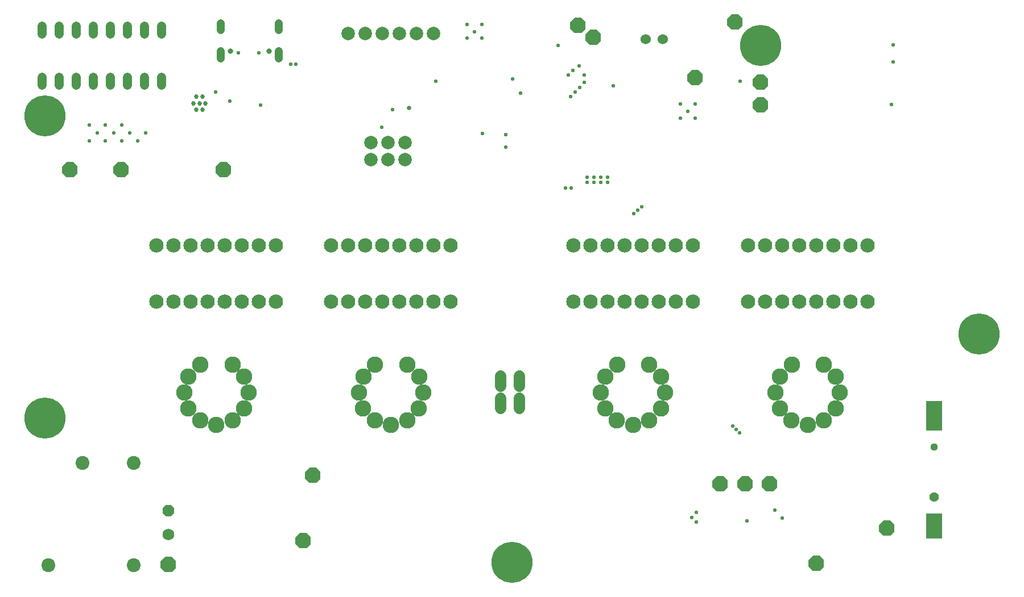
<source format=gbs>
G04 EAGLE Gerber RS-274X export*
G75*
%MOMM*%
%FSLAX34Y34*%
%LPD*%
%INSoldermask Bottom*%
%IPPOS*%
%AMOC8*
5,1,8,0,0,1.08239X$1,22.5*%
G01*
%ADD10P,1.869504X8X112.500000*%
%ADD11C,1.727200*%
%ADD12R,2.427000X4.427000*%
%ADD13R,2.427000X3.787000*%
%ADD14C,1.427000*%
%ADD15C,1.127000*%
%ADD16C,2.006600*%
%ADD17C,2.057400*%
%ADD18C,1.346200*%
%ADD19C,1.527000*%
%ADD20C,0.685800*%
%ADD21C,2.452000*%
%ADD22C,2.133600*%
%ADD23C,1.651000*%
%ADD24C,1.177000*%
%ADD25C,0.827000*%
%ADD26P,2.474344X8X22.500000*%
%ADD27C,0.584200*%
%ADD28C,6.127000*%
%ADD29C,0.652000*%


D10*
X239000Y131780D03*
D11*
X239000Y96220D03*
D12*
X1378000Y273458D03*
D13*
X1378000Y109045D03*
D14*
X1378000Y152000D03*
D15*
X1378000Y227000D03*
D16*
X633500Y843000D03*
X608100Y843000D03*
X582700Y843000D03*
X557300Y843000D03*
X531900Y843000D03*
X506500Y843000D03*
X540000Y655000D03*
X540000Y680400D03*
X565400Y655000D03*
X565400Y680400D03*
X590800Y655000D03*
X590800Y680400D03*
D17*
X187200Y203200D03*
X187200Y50800D03*
X111000Y203200D03*
X60200Y50800D03*
D18*
X228900Y842004D02*
X228900Y854196D01*
X203500Y854196D02*
X203500Y842004D01*
X76500Y842004D02*
X76500Y854196D01*
X51100Y854196D02*
X51100Y842004D01*
X178100Y842004D02*
X178100Y854196D01*
X152700Y854196D02*
X152700Y842004D01*
X101900Y842004D02*
X101900Y854196D01*
X127300Y854196D02*
X127300Y842004D01*
X51100Y777996D02*
X51100Y765804D01*
X76500Y765804D02*
X76500Y777996D01*
X101900Y777996D02*
X101900Y765804D01*
X127300Y765804D02*
X127300Y777996D01*
X152700Y777996D02*
X152700Y765804D01*
X178100Y765804D02*
X178100Y777996D01*
X203500Y777996D02*
X203500Y765804D01*
X228900Y765804D02*
X228900Y777996D01*
D19*
X974700Y835000D03*
X949300Y835000D03*
D20*
X289550Y729250D03*
X280500Y729250D03*
X294070Y739000D03*
X285020Y739000D03*
X275970Y739000D03*
X289550Y748750D03*
X280500Y748750D03*
D21*
X310000Y260000D03*
X286069Y266481D03*
X268584Y284059D03*
X262231Y308025D03*
X268712Y331956D03*
X286290Y349441D03*
X334187Y349313D03*
X351672Y331735D03*
X358025Y307769D03*
X351544Y283838D03*
X333966Y266353D03*
D22*
X348100Y443090D03*
X322700Y443090D03*
X297300Y443090D03*
X271900Y443090D03*
X246500Y443090D03*
X221100Y443090D03*
X221100Y526910D03*
X271900Y526910D03*
X246500Y526910D03*
X297300Y526910D03*
X322700Y526910D03*
X348100Y526910D03*
X373500Y526910D03*
X398900Y526910D03*
X373500Y443090D03*
X398900Y443090D03*
D21*
X570000Y260000D03*
X546069Y266481D03*
X528584Y284059D03*
X522231Y308025D03*
X528712Y331956D03*
X546290Y349441D03*
X594187Y349313D03*
X611672Y331735D03*
X618025Y307769D03*
X611544Y283838D03*
X593966Y266353D03*
D22*
X608100Y443090D03*
X582700Y443090D03*
X557300Y443090D03*
X531900Y443090D03*
X506500Y443090D03*
X481100Y443090D03*
X481100Y526910D03*
X531900Y526910D03*
X506500Y526910D03*
X557300Y526910D03*
X582700Y526910D03*
X608100Y526910D03*
X633500Y526910D03*
X658900Y526910D03*
X633500Y443090D03*
X658900Y443090D03*
D21*
X930000Y260000D03*
X906069Y266481D03*
X888584Y284059D03*
X882231Y308025D03*
X888712Y331956D03*
X906290Y349441D03*
X954187Y349313D03*
X971672Y331735D03*
X978025Y307769D03*
X971544Y283838D03*
X953966Y266353D03*
D22*
X968100Y443090D03*
X942700Y443090D03*
X917300Y443090D03*
X891900Y443090D03*
X866500Y443090D03*
X841100Y443090D03*
X841100Y526910D03*
X891900Y526910D03*
X866500Y526910D03*
X917300Y526910D03*
X942700Y526910D03*
X968100Y526910D03*
X993500Y526910D03*
X1018900Y526910D03*
X993500Y443090D03*
X1018900Y443090D03*
D21*
X1190000Y260000D03*
X1166069Y266481D03*
X1148584Y284059D03*
X1142231Y308025D03*
X1148712Y331956D03*
X1166290Y349441D03*
X1214187Y349313D03*
X1231672Y331735D03*
X1238025Y307769D03*
X1231544Y283838D03*
X1213966Y266353D03*
D22*
X1228100Y443090D03*
X1202700Y443090D03*
X1177300Y443090D03*
X1151900Y443090D03*
X1126500Y443090D03*
X1101100Y443090D03*
X1101100Y526910D03*
X1151900Y526910D03*
X1126500Y526910D03*
X1177300Y526910D03*
X1202700Y526910D03*
X1228100Y526910D03*
X1253500Y526910D03*
X1278900Y526910D03*
X1253500Y443090D03*
X1278900Y443090D03*
D23*
X732730Y299620D02*
X732730Y284380D01*
X760670Y284380D02*
X760670Y299620D01*
D24*
X403200Y805950D02*
X403200Y816450D01*
X316800Y816450D02*
X316800Y805950D01*
X403200Y847750D02*
X403200Y858250D01*
X316800Y858250D02*
X316800Y847750D01*
D25*
X388900Y816500D03*
X331100Y816500D03*
D26*
X439000Y87000D03*
X871000Y837000D03*
X1120000Y736000D03*
X1082000Y860000D03*
X1120000Y770000D03*
X1308000Y106000D03*
X1097000Y172000D03*
X1134000Y172000D03*
X239000Y51000D03*
X321000Y640000D03*
X92000Y640000D03*
X168000Y640000D03*
X848000Y855000D03*
X1203000Y53000D03*
X1023000Y777000D03*
X454000Y184000D03*
X1060000Y172000D03*
D23*
X732730Y317380D02*
X732730Y332620D01*
X760670Y332620D02*
X760670Y317380D01*
D27*
X851000Y763000D03*
X858000Y770000D03*
X858000Y781000D03*
X834000Y781000D03*
X841000Y788000D03*
X1317000Y801000D03*
X751000Y775000D03*
X556000Y703000D03*
X838000Y613000D03*
X1152000Y121000D03*
X943000Y585048D03*
X1089000Y248000D03*
X830000Y613000D03*
X937000Y580000D03*
X1084000Y253000D03*
X1141000Y133000D03*
X763000Y754000D03*
X1100000Y117000D03*
X931000Y574952D03*
X1079000Y258000D03*
X837000Y749000D03*
X844000Y756000D03*
X850000Y795000D03*
X741000Y674000D03*
X741000Y692000D03*
X706000Y694000D03*
X819000Y825000D03*
D28*
X55000Y720000D03*
X55000Y270000D03*
X1445000Y395000D03*
X750000Y55000D03*
X1120000Y825000D03*
D27*
X133000Y695000D03*
X157000Y695000D03*
X181000Y695000D03*
X205000Y695000D03*
X121000Y707000D03*
X145000Y707000D03*
X169000Y707000D03*
X121000Y683000D03*
X145000Y683000D03*
X169000Y683000D03*
X193000Y683000D03*
X1024000Y129000D03*
X1018000Y122000D03*
X1024000Y115000D03*
X705000Y857000D03*
X705000Y836000D03*
X694000Y846000D03*
X683000Y836000D03*
X683000Y857000D03*
X1090000Y772000D03*
X862000Y629000D03*
X872000Y629000D03*
X882000Y629000D03*
X892000Y629000D03*
X862000Y621000D03*
X872000Y621000D03*
X882000Y621000D03*
X892000Y621000D03*
D29*
X597000Y732000D03*
D27*
X572000Y730000D03*
X637000Y772000D03*
X901000Y765000D03*
X1315000Y737000D03*
X1317000Y826500D03*
X1023000Y738000D03*
X1023000Y717000D03*
X1012000Y727000D03*
X1001000Y717000D03*
X1001000Y738000D03*
X376000Y736000D03*
X373000Y814000D03*
X421000Y797000D03*
X343000Y814000D03*
X428000Y797000D03*
X330000Y742000D03*
X309000Y756000D03*
M02*

</source>
